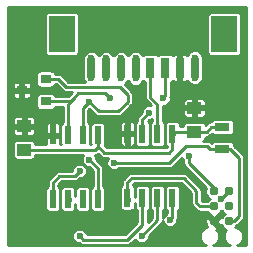
<source format=gbl>
G04 #@! TF.FileFunction,Copper,L2,Bot,Signal*
%FSLAX46Y46*%
G04 Gerber Fmt 4.6, Leading zero omitted, Abs format (unit mm)*
G04 Created by KiCad (PCBNEW 4.0.7) date 04/14/20 22:35:50*
%MOMM*%
%LPD*%
G01*
G04 APERTURE LIST*
%ADD10C,0.100000*%
%ADD11C,0.600000*%
%ADD12R,1.250000X1.000000*%
%ADD13R,0.900000X0.800000*%
%ADD14C,0.787000*%
%ADD15R,1.300000X0.700000*%
%ADD16R,0.600000X1.550000*%
%ADD17R,0.800000X1.700000*%
%ADD18R,2.200000X3.100000*%
%ADD19C,0.250000*%
%ADD20C,0.254000*%
G04 APERTURE END LIST*
D10*
D11*
X120500000Y-122100000D03*
X119600000Y-121200000D03*
X120500000Y-121200000D03*
X119600000Y-122100000D03*
X136600000Y-109700000D03*
X135700000Y-108800000D03*
X136600000Y-108800000D03*
X135700000Y-109700000D03*
X120400000Y-105300000D03*
X119500000Y-104400000D03*
X120400000Y-104400000D03*
X119500000Y-105300000D03*
X134000000Y-121875000D03*
X129400000Y-104900000D03*
X130300000Y-104000000D03*
X138300000Y-114550000D03*
X128250000Y-116500000D03*
X127000000Y-116750000D03*
X129400000Y-104000000D03*
X130300000Y-104900000D03*
X132650000Y-116150000D03*
X120200000Y-116650000D03*
X119050000Y-116200000D03*
D12*
X119800000Y-114500000D03*
X119800000Y-112500000D03*
D13*
X121625000Y-108500000D03*
X121625000Y-110400000D03*
X119625000Y-109450000D03*
D14*
X137135000Y-118020000D03*
X135865000Y-118020000D03*
X137135000Y-119290000D03*
X135865000Y-119290000D03*
X137135000Y-120560000D03*
X135865000Y-120560000D03*
D15*
X136600000Y-112550000D03*
X136600000Y-114450000D03*
D11*
X127400000Y-113700000D03*
D12*
X134220000Y-112950000D03*
X134220000Y-110950000D03*
D16*
X126055000Y-118650000D03*
X124785000Y-118650000D03*
X123515000Y-118650000D03*
X122245000Y-118650000D03*
X122245000Y-113250000D03*
X123515000Y-113250000D03*
X124785000Y-113250000D03*
X126055000Y-113250000D03*
D17*
X125500000Y-107575000D03*
X126750000Y-107575000D03*
X128000000Y-107575000D03*
X129250000Y-107575000D03*
X130500000Y-107575000D03*
X131750000Y-107575000D03*
X133000000Y-107575000D03*
X134250000Y-107575000D03*
D18*
X123000000Y-104675000D03*
X136750000Y-104675000D03*
D16*
X132355000Y-118550000D03*
X131085000Y-118550000D03*
X129815000Y-118550000D03*
X128545000Y-118550000D03*
X128545000Y-113150000D03*
X129815000Y-113150000D03*
X131085000Y-113150000D03*
X132355000Y-113150000D03*
D11*
X134250000Y-108425000D03*
X134250000Y-106700000D03*
X134250000Y-107575000D03*
X119600000Y-118800000D03*
X132400000Y-113200000D03*
X133750000Y-115000000D03*
X125325000Y-110425000D03*
X127075000Y-110150000D03*
X129250000Y-107575000D03*
X129250000Y-106725000D03*
X129250000Y-108450000D03*
X128000000Y-108425000D03*
X128000000Y-107575000D03*
X128000000Y-106725000D03*
X126750000Y-108425000D03*
X126750000Y-106725000D03*
X126750000Y-107575000D03*
X125500000Y-108425000D03*
X125500000Y-106725000D03*
X125500000Y-107575000D03*
X132150000Y-120450000D03*
X136500000Y-118650000D03*
X137150000Y-119250000D03*
X128600000Y-118750000D03*
X127400000Y-115600000D03*
X125300000Y-115325000D03*
X124785000Y-118650000D03*
X123600000Y-118750000D03*
X124500000Y-116300000D03*
X124500000Y-121800000D03*
X129750000Y-121800000D03*
X131575000Y-110150000D03*
X130375000Y-111350000D03*
D19*
X134250000Y-107575000D02*
X134250000Y-108425000D01*
X134220000Y-112950000D02*
X135250000Y-112950000D01*
X135650000Y-112550000D02*
X136600000Y-112550000D01*
X135250000Y-112950000D02*
X135650000Y-112550000D01*
X134220000Y-112950000D02*
X132555000Y-112950000D01*
X132555000Y-112950000D02*
X132355000Y-113150000D01*
X126055000Y-113250000D02*
X126055000Y-114220000D01*
X125775000Y-114500000D02*
X119800000Y-114500000D01*
X126055000Y-114220000D02*
X125775000Y-114500000D01*
X126055000Y-113250000D02*
X126055000Y-114205000D01*
X132355000Y-114445000D02*
X132355000Y-113150000D01*
X132050000Y-114750000D02*
X132355000Y-114445000D01*
X126600000Y-114750000D02*
X132050000Y-114750000D01*
X126055000Y-114205000D02*
X126600000Y-114750000D01*
X132400000Y-113200000D02*
X132355000Y-113155000D01*
X132355000Y-113155000D02*
X132355000Y-113150000D01*
X135865000Y-118020000D02*
X135865000Y-117715000D01*
X135865000Y-117715000D02*
X133750000Y-115600000D01*
X133750000Y-115600000D02*
X133750000Y-115000000D01*
X121625000Y-108500000D02*
X122700000Y-108500000D01*
X126125000Y-111225000D02*
X125325000Y-110425000D01*
X127775000Y-111225000D02*
X126125000Y-111225000D01*
X128575000Y-110425000D02*
X127775000Y-111225000D01*
X128575000Y-109850000D02*
X128575000Y-110425000D01*
X127900000Y-109175000D02*
X128575000Y-109850000D01*
X123375000Y-109175000D02*
X127900000Y-109175000D01*
X122700000Y-108500000D02*
X123375000Y-109175000D01*
X124785000Y-113250000D02*
X124785000Y-110965000D01*
X124785000Y-110965000D02*
X125325000Y-110425000D01*
X121625000Y-110400000D02*
X123725000Y-110400000D01*
X123725000Y-110400000D02*
X124025000Y-110100000D01*
X123515000Y-113250000D02*
X123515000Y-110610000D01*
X126650000Y-109725000D02*
X127075000Y-110150000D01*
X124400000Y-109725000D02*
X126650000Y-109725000D01*
X123515000Y-110610000D02*
X124025000Y-110100000D01*
X124025000Y-110100000D02*
X124400000Y-109725000D01*
X129250000Y-107575000D02*
X129250000Y-106725000D01*
X128000000Y-107575000D02*
X128000000Y-108425000D01*
X128000000Y-107575000D02*
X128000000Y-106725000D01*
X126750000Y-107575000D02*
X126750000Y-106725000D01*
X125500000Y-107575000D02*
X125500000Y-108425000D01*
X132355000Y-118550000D02*
X132355000Y-120245000D01*
X132355000Y-120245000D02*
X132150000Y-120450000D01*
X137135000Y-118020000D02*
X137130000Y-118020000D01*
X137130000Y-118020000D02*
X136500000Y-118650000D01*
X137150000Y-119250000D02*
X137135000Y-119265000D01*
X137135000Y-119265000D02*
X137135000Y-119290000D01*
X137140000Y-119290000D02*
X137135000Y-119290000D01*
X128545000Y-118550000D02*
X128545000Y-117255000D01*
X134690000Y-119290000D02*
X135865000Y-119290000D01*
X134400000Y-119000000D02*
X134690000Y-119290000D01*
X134400000Y-118000000D02*
X134400000Y-119000000D01*
X133300000Y-116900000D02*
X134400000Y-118000000D01*
X128900000Y-116900000D02*
X133300000Y-116900000D01*
X128545000Y-117255000D02*
X128900000Y-116900000D01*
X128600000Y-118750000D02*
X128545000Y-118695000D01*
X128545000Y-118695000D02*
X128545000Y-118550000D01*
X135550000Y-114450000D02*
X136600000Y-114450000D01*
X135300000Y-114200000D02*
X135550000Y-114450000D01*
X133500000Y-114200000D02*
X135300000Y-114200000D01*
X132100000Y-115600000D02*
X133500000Y-114200000D01*
X131100000Y-115600000D02*
X132100000Y-115600000D01*
X127400000Y-115600000D02*
X131100000Y-115600000D01*
X136600000Y-114450000D02*
X137250000Y-114450000D01*
X137250000Y-114450000D02*
X138000000Y-115200000D01*
X137540000Y-120560000D02*
X137135000Y-120560000D01*
X138000000Y-120100000D02*
X137540000Y-120560000D01*
X138000000Y-115200000D02*
X138000000Y-120100000D01*
X126055000Y-118650000D02*
X126055000Y-116080000D01*
X126055000Y-116080000D02*
X125300000Y-115325000D01*
X123600000Y-118750000D02*
X123515000Y-118665000D01*
X123515000Y-118665000D02*
X123515000Y-118650000D01*
X122245000Y-118650000D02*
X122245000Y-117280000D01*
X124075000Y-116725000D02*
X124500000Y-116300000D01*
X122800000Y-116725000D02*
X124075000Y-116725000D01*
X122245000Y-117280000D02*
X122800000Y-116725000D01*
X129815000Y-118550000D02*
X129815000Y-120835000D01*
X124800000Y-122100000D02*
X124500000Y-121800000D01*
X128550000Y-122100000D02*
X124800000Y-122100000D01*
X129815000Y-120835000D02*
X128550000Y-122100000D01*
X131085000Y-118550000D02*
X131085000Y-120465000D01*
X131085000Y-120465000D02*
X129750000Y-121800000D01*
X131085000Y-113150000D02*
X131085000Y-110660000D01*
X130500000Y-110075000D02*
X130500000Y-107575000D01*
X131085000Y-110660000D02*
X130500000Y-110075000D01*
X129815000Y-113150000D02*
X129815000Y-111910000D01*
X131750000Y-109975000D02*
X131750000Y-107575000D01*
X131575000Y-110150000D02*
X131750000Y-109975000D01*
X129815000Y-111910000D02*
X130375000Y-111350000D01*
D20*
G36*
X138598000Y-122598000D02*
X137811133Y-122598000D01*
X137981300Y-122527688D01*
X138212875Y-122296517D01*
X138338357Y-121994323D01*
X138338643Y-121667112D01*
X138213688Y-121364700D01*
X137982517Y-121133125D01*
X137698744Y-121015292D01*
X137745454Y-120968663D01*
X137752794Y-120950986D01*
X137859612Y-120879612D01*
X138319612Y-120419612D01*
X138417594Y-120272973D01*
X138424660Y-120237450D01*
X138452000Y-120100000D01*
X138452000Y-115200000D01*
X138417594Y-115027027D01*
X138319612Y-114880388D01*
X137583406Y-114144182D01*
X137583406Y-114100000D01*
X137560605Y-113978821D01*
X137488988Y-113867526D01*
X137379714Y-113792862D01*
X137250000Y-113766594D01*
X135950000Y-113766594D01*
X135828821Y-113789395D01*
X135717526Y-113861012D01*
X135669916Y-113930692D01*
X135619612Y-113880388D01*
X135472973Y-113782406D01*
X135300000Y-113748000D01*
X134985768Y-113748000D01*
X135077474Y-113688988D01*
X135152138Y-113579714D01*
X135178406Y-113450000D01*
X135178406Y-113402000D01*
X135250000Y-113402000D01*
X135422973Y-113367594D01*
X135569612Y-113269612D01*
X135709343Y-113129881D01*
X135711012Y-113132474D01*
X135820286Y-113207138D01*
X135950000Y-113233406D01*
X137250000Y-113233406D01*
X137371179Y-113210605D01*
X137482474Y-113138988D01*
X137557138Y-113029714D01*
X137583406Y-112900000D01*
X137583406Y-112200000D01*
X137560605Y-112078821D01*
X137488988Y-111967526D01*
X137379714Y-111892862D01*
X137250000Y-111866594D01*
X135950000Y-111866594D01*
X135828821Y-111889395D01*
X135717526Y-111961012D01*
X135642862Y-112070286D01*
X135636715Y-112100643D01*
X135490380Y-112129750D01*
X135477027Y-112132406D01*
X135330387Y-112230388D01*
X135167696Y-112393080D01*
X135155605Y-112328821D01*
X135083988Y-112217526D01*
X134974714Y-112142862D01*
X134845000Y-112116594D01*
X133595000Y-112116594D01*
X133473821Y-112139395D01*
X133362526Y-112211012D01*
X133287862Y-112320286D01*
X133261594Y-112450000D01*
X133261594Y-112498000D01*
X132988406Y-112498000D01*
X132988406Y-112375000D01*
X132965605Y-112253821D01*
X132893988Y-112142526D01*
X132784714Y-112067862D01*
X132655000Y-112041594D01*
X132055000Y-112041594D01*
X131933821Y-112064395D01*
X131822526Y-112136012D01*
X131747862Y-112245286D01*
X131721594Y-112375000D01*
X131721594Y-113925000D01*
X131744395Y-114046179D01*
X131816012Y-114157474D01*
X131903000Y-114216911D01*
X131903000Y-114257776D01*
X131862776Y-114298000D01*
X126787225Y-114298000D01*
X126654750Y-114165526D01*
X126662138Y-114154714D01*
X126688406Y-114025000D01*
X126688406Y-113358750D01*
X127918000Y-113358750D01*
X127918000Y-113990044D01*
X127967783Y-114110230D01*
X128059769Y-114202217D01*
X128179955Y-114252000D01*
X128336250Y-114252000D01*
X128418000Y-114170250D01*
X128418000Y-113277000D01*
X128672000Y-113277000D01*
X128672000Y-114170250D01*
X128753750Y-114252000D01*
X128910045Y-114252000D01*
X129030231Y-114202217D01*
X129122217Y-114110230D01*
X129172000Y-113990044D01*
X129172000Y-113358750D01*
X129090250Y-113277000D01*
X128672000Y-113277000D01*
X128418000Y-113277000D01*
X127999750Y-113277000D01*
X127918000Y-113358750D01*
X126688406Y-113358750D01*
X126688406Y-112475000D01*
X126665605Y-112353821D01*
X126637379Y-112309956D01*
X127918000Y-112309956D01*
X127918000Y-112941250D01*
X127999750Y-113023000D01*
X128418000Y-113023000D01*
X128418000Y-112129750D01*
X128672000Y-112129750D01*
X128672000Y-113023000D01*
X129090250Y-113023000D01*
X129172000Y-112941250D01*
X129172000Y-112309956D01*
X129122217Y-112189770D01*
X129030231Y-112097783D01*
X128910045Y-112048000D01*
X128753750Y-112048000D01*
X128672000Y-112129750D01*
X128418000Y-112129750D01*
X128336250Y-112048000D01*
X128179955Y-112048000D01*
X128059769Y-112097783D01*
X127967783Y-112189770D01*
X127918000Y-112309956D01*
X126637379Y-112309956D01*
X126593988Y-112242526D01*
X126484714Y-112167862D01*
X126355000Y-112141594D01*
X125755000Y-112141594D01*
X125633821Y-112164395D01*
X125522526Y-112236012D01*
X125447862Y-112345286D01*
X125421594Y-112475000D01*
X125421594Y-114025000D01*
X125425922Y-114048000D01*
X125413748Y-114048000D01*
X125418406Y-114025000D01*
X125418406Y-112475000D01*
X125395605Y-112353821D01*
X125323988Y-112242526D01*
X125237000Y-112183089D01*
X125237000Y-111152224D01*
X125325000Y-111064224D01*
X125805388Y-111544612D01*
X125952027Y-111642594D01*
X126125000Y-111677000D01*
X127775000Y-111677000D01*
X127947973Y-111642594D01*
X128094612Y-111544612D01*
X128894612Y-110744612D01*
X128992594Y-110597973D01*
X129027000Y-110425000D01*
X129027000Y-109850000D01*
X128992594Y-109677027D01*
X128894612Y-109530388D01*
X128330910Y-108966686D01*
X128354703Y-108956855D01*
X128531235Y-108780631D01*
X128560415Y-108710357D01*
X128626331Y-108667941D01*
X128675525Y-108701554D01*
X128718145Y-108804703D01*
X128894369Y-108981235D01*
X129124735Y-109076891D01*
X129374171Y-109077109D01*
X129604703Y-108981855D01*
X129781235Y-108805631D01*
X129824581Y-108701241D01*
X129876331Y-108667941D01*
X129970286Y-108732138D01*
X130048000Y-108747876D01*
X130048000Y-110075000D01*
X130082406Y-110247973D01*
X130180388Y-110394612D01*
X130515006Y-110729230D01*
X130500265Y-110723109D01*
X130250829Y-110722891D01*
X130020297Y-110818145D01*
X129843765Y-110994369D01*
X129748109Y-111224735D01*
X129748010Y-111337765D01*
X129495388Y-111590388D01*
X129397406Y-111737027D01*
X129363000Y-111910000D01*
X129363000Y-112084228D01*
X129282526Y-112136012D01*
X129207862Y-112245286D01*
X129181594Y-112375000D01*
X129181594Y-113925000D01*
X129204395Y-114046179D01*
X129276012Y-114157474D01*
X129385286Y-114232138D01*
X129515000Y-114258406D01*
X130115000Y-114258406D01*
X130236179Y-114235605D01*
X130347474Y-114163988D01*
X130422138Y-114054714D01*
X130448406Y-113925000D01*
X130448406Y-112375000D01*
X130425605Y-112253821D01*
X130353988Y-112142526D01*
X130275397Y-112088827D01*
X130387213Y-111977011D01*
X130499171Y-111977109D01*
X130633000Y-111921812D01*
X130633000Y-112084228D01*
X130552526Y-112136012D01*
X130477862Y-112245286D01*
X130451594Y-112375000D01*
X130451594Y-113925000D01*
X130474395Y-114046179D01*
X130546012Y-114157474D01*
X130655286Y-114232138D01*
X130785000Y-114258406D01*
X131385000Y-114258406D01*
X131506179Y-114235605D01*
X131617474Y-114163988D01*
X131692138Y-114054714D01*
X131718406Y-113925000D01*
X131718406Y-112375000D01*
X131695605Y-112253821D01*
X131623988Y-112142526D01*
X131537000Y-112083089D01*
X131537000Y-111158750D01*
X133268000Y-111158750D01*
X133268000Y-111515044D01*
X133317783Y-111635230D01*
X133409769Y-111727217D01*
X133529955Y-111777000D01*
X134011250Y-111777000D01*
X134093000Y-111695250D01*
X134093000Y-111077000D01*
X134347000Y-111077000D01*
X134347000Y-111695250D01*
X134428750Y-111777000D01*
X134910045Y-111777000D01*
X135030231Y-111727217D01*
X135122217Y-111635230D01*
X135172000Y-111515044D01*
X135172000Y-111158750D01*
X135090250Y-111077000D01*
X134347000Y-111077000D01*
X134093000Y-111077000D01*
X133349750Y-111077000D01*
X133268000Y-111158750D01*
X131537000Y-111158750D01*
X131537000Y-110776967D01*
X131699171Y-110777109D01*
X131929703Y-110681855D01*
X132106235Y-110505631D01*
X132156343Y-110384956D01*
X133268000Y-110384956D01*
X133268000Y-110741250D01*
X133349750Y-110823000D01*
X134093000Y-110823000D01*
X134093000Y-110204750D01*
X134347000Y-110204750D01*
X134347000Y-110823000D01*
X135090250Y-110823000D01*
X135172000Y-110741250D01*
X135172000Y-110384956D01*
X135122217Y-110264770D01*
X135030231Y-110172783D01*
X134910045Y-110123000D01*
X134428750Y-110123000D01*
X134347000Y-110204750D01*
X134093000Y-110204750D01*
X134011250Y-110123000D01*
X133529955Y-110123000D01*
X133409769Y-110172783D01*
X133317783Y-110264770D01*
X133268000Y-110384956D01*
X132156343Y-110384956D01*
X132201891Y-110275265D01*
X132202109Y-110025829D01*
X132195211Y-110009133D01*
X132202000Y-109975000D01*
X132202000Y-108748622D01*
X132271179Y-108735605D01*
X132378864Y-108666311D01*
X132414770Y-108702217D01*
X132534956Y-108752000D01*
X132791250Y-108752000D01*
X132873000Y-108670250D01*
X132873000Y-107702000D01*
X132853000Y-107702000D01*
X132853000Y-107448000D01*
X132873000Y-107448000D01*
X132873000Y-106479750D01*
X133127000Y-106479750D01*
X133127000Y-107448000D01*
X133147000Y-107448000D01*
X133147000Y-107702000D01*
X133127000Y-107702000D01*
X133127000Y-108670250D01*
X133208750Y-108752000D01*
X133465044Y-108752000D01*
X133585230Y-108702217D01*
X133622277Y-108665171D01*
X133689918Y-108711388D01*
X133718145Y-108779703D01*
X133894369Y-108956235D01*
X134124735Y-109051891D01*
X134374171Y-109052109D01*
X134604703Y-108956855D01*
X134781235Y-108780631D01*
X134810415Y-108710357D01*
X134882474Y-108663988D01*
X134957138Y-108554714D01*
X134983406Y-108425000D01*
X134983406Y-106725000D01*
X134960605Y-106603821D01*
X134888988Y-106492526D01*
X134824475Y-106448446D01*
X134781855Y-106345297D01*
X134605631Y-106168765D01*
X134375265Y-106073109D01*
X134125829Y-106072891D01*
X133895297Y-106168145D01*
X133718765Y-106344369D01*
X133675419Y-106448759D01*
X133621136Y-106483689D01*
X133585230Y-106447783D01*
X133465044Y-106398000D01*
X133208750Y-106398000D01*
X133127000Y-106479750D01*
X132873000Y-106479750D01*
X132791250Y-106398000D01*
X132534956Y-106398000D01*
X132414770Y-106447783D01*
X132377723Y-106484829D01*
X132279714Y-106417862D01*
X132150000Y-106391594D01*
X131350000Y-106391594D01*
X131228821Y-106414395D01*
X131123669Y-106482059D01*
X131029714Y-106417862D01*
X130900000Y-106391594D01*
X130100000Y-106391594D01*
X129978821Y-106414395D01*
X129873669Y-106482059D01*
X129810082Y-106438612D01*
X129781855Y-106370297D01*
X129605631Y-106193765D01*
X129375265Y-106098109D01*
X129125829Y-106097891D01*
X128895297Y-106193145D01*
X128718765Y-106369369D01*
X128689585Y-106439643D01*
X128623669Y-106482059D01*
X128560082Y-106438612D01*
X128531855Y-106370297D01*
X128355631Y-106193765D01*
X128125265Y-106098109D01*
X127875829Y-106097891D01*
X127645297Y-106193145D01*
X127468765Y-106369369D01*
X127439585Y-106439643D01*
X127373669Y-106482059D01*
X127310082Y-106438612D01*
X127281855Y-106370297D01*
X127105631Y-106193765D01*
X126875265Y-106098109D01*
X126625829Y-106097891D01*
X126395297Y-106193145D01*
X126218765Y-106369369D01*
X126189585Y-106439643D01*
X126123669Y-106482059D01*
X126060082Y-106438612D01*
X126031855Y-106370297D01*
X125855631Y-106193765D01*
X125625265Y-106098109D01*
X125375829Y-106097891D01*
X125145297Y-106193145D01*
X124968765Y-106369369D01*
X124939585Y-106439643D01*
X124867526Y-106486012D01*
X124792862Y-106595286D01*
X124766594Y-106725000D01*
X124766594Y-108425000D01*
X124789395Y-108546179D01*
X124861012Y-108657474D01*
X124939918Y-108711388D01*
X124944716Y-108723000D01*
X123562224Y-108723000D01*
X123019612Y-108180388D01*
X122872973Y-108082406D01*
X122700000Y-108048000D01*
X122398622Y-108048000D01*
X122385605Y-107978821D01*
X122313988Y-107867526D01*
X122204714Y-107792862D01*
X122075000Y-107766594D01*
X121175000Y-107766594D01*
X121053821Y-107789395D01*
X120942526Y-107861012D01*
X120867862Y-107970286D01*
X120841594Y-108100000D01*
X120841594Y-108900000D01*
X120864395Y-109021179D01*
X120936012Y-109132474D01*
X121045286Y-109207138D01*
X121175000Y-109233406D01*
X122075000Y-109233406D01*
X122196179Y-109210605D01*
X122307474Y-109138988D01*
X122382138Y-109029714D01*
X122397876Y-108952000D01*
X122512776Y-108952000D01*
X123055388Y-109494612D01*
X123202027Y-109592594D01*
X123375000Y-109627000D01*
X123858776Y-109627000D01*
X123537776Y-109948000D01*
X122398622Y-109948000D01*
X122385605Y-109878821D01*
X122313988Y-109767526D01*
X122204714Y-109692862D01*
X122075000Y-109666594D01*
X121175000Y-109666594D01*
X121053821Y-109689395D01*
X120942526Y-109761012D01*
X120867862Y-109870286D01*
X120841594Y-110000000D01*
X120841594Y-110800000D01*
X120864395Y-110921179D01*
X120936012Y-111032474D01*
X121045286Y-111107138D01*
X121175000Y-111133406D01*
X122075000Y-111133406D01*
X122196179Y-111110605D01*
X122307474Y-111038988D01*
X122382138Y-110929714D01*
X122397876Y-110852000D01*
X123063000Y-110852000D01*
X123063000Y-112184228D01*
X122982526Y-112236012D01*
X122907862Y-112345286D01*
X122881594Y-112475000D01*
X122881594Y-114025000D01*
X122885922Y-114048000D01*
X122872000Y-114048000D01*
X122872000Y-113458750D01*
X122790250Y-113377000D01*
X122372000Y-113377000D01*
X122372000Y-113397000D01*
X122118000Y-113397000D01*
X122118000Y-113377000D01*
X121699750Y-113377000D01*
X121618000Y-113458750D01*
X121618000Y-114048000D01*
X120758406Y-114048000D01*
X120758406Y-114000000D01*
X120735605Y-113878821D01*
X120663988Y-113767526D01*
X120554714Y-113692862D01*
X120425000Y-113666594D01*
X119175000Y-113666594D01*
X119053821Y-113689395D01*
X118942526Y-113761012D01*
X118867862Y-113870286D01*
X118841594Y-114000000D01*
X118841594Y-115000000D01*
X118864395Y-115121179D01*
X118936012Y-115232474D01*
X119045286Y-115307138D01*
X119175000Y-115333406D01*
X120425000Y-115333406D01*
X120546179Y-115310605D01*
X120657474Y-115238988D01*
X120732138Y-115129714D01*
X120758406Y-115000000D01*
X120758406Y-114952000D01*
X124786164Y-114952000D01*
X124768765Y-114969369D01*
X124673109Y-115199735D01*
X124672891Y-115449171D01*
X124768145Y-115679703D01*
X124944369Y-115856235D01*
X125174735Y-115951891D01*
X125287766Y-115951990D01*
X125603000Y-116267224D01*
X125603000Y-117584228D01*
X125522526Y-117636012D01*
X125447862Y-117745286D01*
X125421594Y-117875000D01*
X125421594Y-119425000D01*
X125444395Y-119546179D01*
X125516012Y-119657474D01*
X125625286Y-119732138D01*
X125755000Y-119758406D01*
X126355000Y-119758406D01*
X126476179Y-119735605D01*
X126587474Y-119663988D01*
X126662138Y-119554714D01*
X126688406Y-119425000D01*
X126688406Y-117875000D01*
X126665605Y-117753821D01*
X126593988Y-117642526D01*
X126507000Y-117583089D01*
X126507000Y-116080000D01*
X126472594Y-115907027D01*
X126374612Y-115760388D01*
X125927011Y-115312787D01*
X125927109Y-115200829D01*
X125831855Y-114970297D01*
X125807197Y-114945596D01*
X125947973Y-114917594D01*
X126056112Y-114845337D01*
X126280387Y-115069612D01*
X126427027Y-115167594D01*
X126600000Y-115202000D01*
X126911208Y-115202000D01*
X126868765Y-115244369D01*
X126773109Y-115474735D01*
X126772891Y-115724171D01*
X126868145Y-115954703D01*
X127044369Y-116131235D01*
X127274735Y-116226891D01*
X127524171Y-116227109D01*
X127754703Y-116131855D01*
X127834698Y-116052000D01*
X132100000Y-116052000D01*
X132272973Y-116017594D01*
X132419612Y-115919612D01*
X133149838Y-115189386D01*
X133218145Y-115354703D01*
X133298000Y-115434698D01*
X133298000Y-115600000D01*
X133332406Y-115772973D01*
X133430388Y-115919612D01*
X135215690Y-117704914D01*
X135144626Y-117876055D01*
X135144376Y-118162687D01*
X135253834Y-118427597D01*
X135456337Y-118630454D01*
X135515269Y-118654924D01*
X135457403Y-118678834D01*
X135297959Y-118838000D01*
X134877224Y-118838000D01*
X134852000Y-118812776D01*
X134852000Y-118000000D01*
X134817594Y-117827027D01*
X134719612Y-117680388D01*
X133619612Y-116580388D01*
X133472973Y-116482406D01*
X133300000Y-116448000D01*
X128900000Y-116448000D01*
X128727027Y-116482406D01*
X128580388Y-116580388D01*
X128225388Y-116935388D01*
X128127406Y-117082027D01*
X128093000Y-117255000D01*
X128093000Y-117484228D01*
X128012526Y-117536012D01*
X127937862Y-117645286D01*
X127911594Y-117775000D01*
X127911594Y-119325000D01*
X127934395Y-119446179D01*
X128006012Y-119557474D01*
X128115286Y-119632138D01*
X128245000Y-119658406D01*
X128845000Y-119658406D01*
X128966179Y-119635605D01*
X129077474Y-119563988D01*
X129152138Y-119454714D01*
X129178406Y-119325000D01*
X129178406Y-118992030D01*
X129181594Y-118984353D01*
X129181594Y-119325000D01*
X129204395Y-119446179D01*
X129276012Y-119557474D01*
X129363000Y-119616911D01*
X129363000Y-120647776D01*
X128362776Y-121648000D01*
X125115610Y-121648000D01*
X125031855Y-121445297D01*
X124855631Y-121268765D01*
X124625265Y-121173109D01*
X124375829Y-121172891D01*
X124145297Y-121268145D01*
X123968765Y-121444369D01*
X123873109Y-121674735D01*
X123872891Y-121924171D01*
X123968145Y-122154703D01*
X124144369Y-122331235D01*
X124374735Y-122426891D01*
X124491434Y-122426993D01*
X124627027Y-122517594D01*
X124800000Y-122552000D01*
X128550000Y-122552000D01*
X128722973Y-122517594D01*
X128869612Y-122419612D01*
X129193695Y-122095529D01*
X129218145Y-122154703D01*
X129394369Y-122331235D01*
X129624735Y-122426891D01*
X129874171Y-122427109D01*
X130104703Y-122331855D01*
X130281235Y-122155631D01*
X130376891Y-121925265D01*
X130376990Y-121812234D01*
X131404612Y-120784612D01*
X131502594Y-120637973D01*
X131522925Y-120535763D01*
X131522891Y-120574171D01*
X131618145Y-120804703D01*
X131794369Y-120981235D01*
X132024735Y-121076891D01*
X132274171Y-121077109D01*
X132504703Y-120981855D01*
X132681235Y-120805631D01*
X132776891Y-120575265D01*
X132777048Y-120395581D01*
X132807000Y-120245000D01*
X132807000Y-119615772D01*
X132887474Y-119563988D01*
X132962138Y-119454714D01*
X132988406Y-119325000D01*
X132988406Y-117775000D01*
X132965605Y-117653821D01*
X132893988Y-117542526D01*
X132784714Y-117467862D01*
X132655000Y-117441594D01*
X132055000Y-117441594D01*
X131933821Y-117464395D01*
X131822526Y-117536012D01*
X131747862Y-117645286D01*
X131721594Y-117775000D01*
X131721594Y-119325000D01*
X131744395Y-119446179D01*
X131816012Y-119557474D01*
X131903000Y-119616911D01*
X131903000Y-119873643D01*
X131795297Y-119918145D01*
X131618765Y-120094369D01*
X131537000Y-120291282D01*
X131537000Y-119615772D01*
X131617474Y-119563988D01*
X131692138Y-119454714D01*
X131718406Y-119325000D01*
X131718406Y-117775000D01*
X131695605Y-117653821D01*
X131623988Y-117542526D01*
X131514714Y-117467862D01*
X131385000Y-117441594D01*
X130785000Y-117441594D01*
X130663821Y-117464395D01*
X130552526Y-117536012D01*
X130477862Y-117645286D01*
X130451594Y-117775000D01*
X130451594Y-119325000D01*
X130474395Y-119446179D01*
X130546012Y-119557474D01*
X130633000Y-119616911D01*
X130633000Y-120277776D01*
X130267000Y-120643776D01*
X130267000Y-119615772D01*
X130347474Y-119563988D01*
X130422138Y-119454714D01*
X130448406Y-119325000D01*
X130448406Y-117775000D01*
X130425605Y-117653821D01*
X130353988Y-117542526D01*
X130244714Y-117467862D01*
X130115000Y-117441594D01*
X129515000Y-117441594D01*
X129393821Y-117464395D01*
X129282526Y-117536012D01*
X129207862Y-117645286D01*
X129181594Y-117775000D01*
X129181594Y-118515674D01*
X129178406Y-118507959D01*
X129178406Y-117775000D01*
X129155605Y-117653821D01*
X129083988Y-117542526D01*
X128997000Y-117483089D01*
X128997000Y-117442224D01*
X129087224Y-117352000D01*
X133112776Y-117352000D01*
X133948000Y-118187224D01*
X133948000Y-119000000D01*
X133982406Y-119172973D01*
X134080388Y-119319612D01*
X134370388Y-119609612D01*
X134517027Y-119707594D01*
X134690000Y-119742000D01*
X135298160Y-119742000D01*
X135456337Y-119900454D01*
X135531524Y-119931674D01*
X135501976Y-120017371D01*
X135865000Y-120380395D01*
X136228024Y-120017371D01*
X136198512Y-119931777D01*
X136272597Y-119901166D01*
X136475454Y-119698663D01*
X136499924Y-119639731D01*
X136523834Y-119697597D01*
X136726337Y-119900454D01*
X136785269Y-119924924D01*
X136727403Y-119948834D01*
X136524546Y-120151337D01*
X136493326Y-120226524D01*
X136407629Y-120196976D01*
X136044605Y-120560000D01*
X136407629Y-120923024D01*
X136493223Y-120893512D01*
X136523834Y-120967597D01*
X136726337Y-121170454D01*
X136928429Y-121254370D01*
X136819125Y-121363483D01*
X136693643Y-121665677D01*
X136693357Y-121992888D01*
X136818312Y-122295300D01*
X137049483Y-122526875D01*
X137220771Y-122598000D01*
X135779133Y-122598000D01*
X135949300Y-122527688D01*
X136180875Y-122296517D01*
X136306357Y-121994323D01*
X136306643Y-121667112D01*
X136181688Y-121364700D01*
X136075726Y-121258553D01*
X136103625Y-121254778D01*
X136187550Y-121220016D01*
X136228024Y-121102629D01*
X135865000Y-120739605D01*
X135850858Y-120753748D01*
X135671253Y-120574143D01*
X135685395Y-120560000D01*
X135322371Y-120196976D01*
X135204984Y-120237450D01*
X135131790Y-120514580D01*
X135170222Y-120798625D01*
X135204984Y-120882550D01*
X135322369Y-120923023D01*
X135257504Y-120987888D01*
X135289879Y-121020263D01*
X135018700Y-121132312D01*
X134787125Y-121363483D01*
X134661643Y-121665677D01*
X134661357Y-121992888D01*
X134786312Y-122295300D01*
X135017483Y-122526875D01*
X135188771Y-122598000D01*
X118402000Y-122598000D01*
X118402000Y-117875000D01*
X121611594Y-117875000D01*
X121611594Y-119425000D01*
X121634395Y-119546179D01*
X121706012Y-119657474D01*
X121815286Y-119732138D01*
X121945000Y-119758406D01*
X122545000Y-119758406D01*
X122666179Y-119735605D01*
X122777474Y-119663988D01*
X122852138Y-119554714D01*
X122878406Y-119425000D01*
X122878406Y-117875000D01*
X122881594Y-117875000D01*
X122881594Y-119425000D01*
X122904395Y-119546179D01*
X122976012Y-119657474D01*
X123085286Y-119732138D01*
X123215000Y-119758406D01*
X123815000Y-119758406D01*
X123936179Y-119735605D01*
X124047474Y-119663988D01*
X124122138Y-119554714D01*
X124148406Y-119425000D01*
X124148406Y-119064279D01*
X124151594Y-119056601D01*
X124151594Y-119425000D01*
X124174395Y-119546179D01*
X124246012Y-119657474D01*
X124355286Y-119732138D01*
X124485000Y-119758406D01*
X125085000Y-119758406D01*
X125206179Y-119735605D01*
X125317474Y-119663988D01*
X125392138Y-119554714D01*
X125418406Y-119425000D01*
X125418406Y-117875000D01*
X125395605Y-117753821D01*
X125323988Y-117642526D01*
X125214714Y-117567862D01*
X125085000Y-117541594D01*
X124485000Y-117541594D01*
X124363821Y-117564395D01*
X124252526Y-117636012D01*
X124177862Y-117745286D01*
X124151594Y-117875000D01*
X124151594Y-118443069D01*
X124148406Y-118435353D01*
X124148406Y-117875000D01*
X124125605Y-117753821D01*
X124053988Y-117642526D01*
X123944714Y-117567862D01*
X123815000Y-117541594D01*
X123215000Y-117541594D01*
X123093821Y-117564395D01*
X122982526Y-117636012D01*
X122907862Y-117745286D01*
X122881594Y-117875000D01*
X122878406Y-117875000D01*
X122855605Y-117753821D01*
X122783988Y-117642526D01*
X122697000Y-117583089D01*
X122697000Y-117467224D01*
X122987225Y-117177000D01*
X124075000Y-117177000D01*
X124247973Y-117142594D01*
X124394612Y-117044612D01*
X124512213Y-116927011D01*
X124624171Y-116927109D01*
X124854703Y-116831855D01*
X125031235Y-116655631D01*
X125126891Y-116425265D01*
X125127109Y-116175829D01*
X125031855Y-115945297D01*
X124855631Y-115768765D01*
X124625265Y-115673109D01*
X124375829Y-115672891D01*
X124145297Y-115768145D01*
X123968765Y-115944369D01*
X123873109Y-116174735D01*
X123873023Y-116273000D01*
X122800000Y-116273000D01*
X122627027Y-116307406D01*
X122480388Y-116405387D01*
X121925388Y-116960388D01*
X121827406Y-117107027D01*
X121793000Y-117280000D01*
X121793000Y-117584228D01*
X121712526Y-117636012D01*
X121637862Y-117745286D01*
X121611594Y-117875000D01*
X118402000Y-117875000D01*
X118402000Y-112708750D01*
X118848000Y-112708750D01*
X118848000Y-113065044D01*
X118897783Y-113185230D01*
X118989769Y-113277217D01*
X119109955Y-113327000D01*
X119591250Y-113327000D01*
X119673000Y-113245250D01*
X119673000Y-112627000D01*
X119927000Y-112627000D01*
X119927000Y-113245250D01*
X120008750Y-113327000D01*
X120490045Y-113327000D01*
X120610231Y-113277217D01*
X120702217Y-113185230D01*
X120752000Y-113065044D01*
X120752000Y-112708750D01*
X120670250Y-112627000D01*
X119927000Y-112627000D01*
X119673000Y-112627000D01*
X118929750Y-112627000D01*
X118848000Y-112708750D01*
X118402000Y-112708750D01*
X118402000Y-112409956D01*
X121618000Y-112409956D01*
X121618000Y-113041250D01*
X121699750Y-113123000D01*
X122118000Y-113123000D01*
X122118000Y-112229750D01*
X122372000Y-112229750D01*
X122372000Y-113123000D01*
X122790250Y-113123000D01*
X122872000Y-113041250D01*
X122872000Y-112409956D01*
X122822217Y-112289770D01*
X122730231Y-112197783D01*
X122610045Y-112148000D01*
X122453750Y-112148000D01*
X122372000Y-112229750D01*
X122118000Y-112229750D01*
X122036250Y-112148000D01*
X121879955Y-112148000D01*
X121759769Y-112197783D01*
X121667783Y-112289770D01*
X121618000Y-112409956D01*
X118402000Y-112409956D01*
X118402000Y-111934956D01*
X118848000Y-111934956D01*
X118848000Y-112291250D01*
X118929750Y-112373000D01*
X119673000Y-112373000D01*
X119673000Y-111754750D01*
X119927000Y-111754750D01*
X119927000Y-112373000D01*
X120670250Y-112373000D01*
X120752000Y-112291250D01*
X120752000Y-111934956D01*
X120702217Y-111814770D01*
X120610231Y-111722783D01*
X120490045Y-111673000D01*
X120008750Y-111673000D01*
X119927000Y-111754750D01*
X119673000Y-111754750D01*
X119591250Y-111673000D01*
X119109955Y-111673000D01*
X118989769Y-111722783D01*
X118897783Y-111814770D01*
X118848000Y-111934956D01*
X118402000Y-111934956D01*
X118402000Y-109658750D01*
X118848000Y-109658750D01*
X118848000Y-109915045D01*
X118897783Y-110035231D01*
X118989770Y-110127217D01*
X119109956Y-110177000D01*
X119416250Y-110177000D01*
X119498000Y-110095250D01*
X119498000Y-109577000D01*
X119752000Y-109577000D01*
X119752000Y-110095250D01*
X119833750Y-110177000D01*
X120140044Y-110177000D01*
X120260230Y-110127217D01*
X120352217Y-110035231D01*
X120402000Y-109915045D01*
X120402000Y-109658750D01*
X120320250Y-109577000D01*
X119752000Y-109577000D01*
X119498000Y-109577000D01*
X118929750Y-109577000D01*
X118848000Y-109658750D01*
X118402000Y-109658750D01*
X118402000Y-108984955D01*
X118848000Y-108984955D01*
X118848000Y-109241250D01*
X118929750Y-109323000D01*
X119498000Y-109323000D01*
X119498000Y-108804750D01*
X119752000Y-108804750D01*
X119752000Y-109323000D01*
X120320250Y-109323000D01*
X120402000Y-109241250D01*
X120402000Y-108984955D01*
X120352217Y-108864769D01*
X120260230Y-108772783D01*
X120140044Y-108723000D01*
X119833750Y-108723000D01*
X119752000Y-108804750D01*
X119498000Y-108804750D01*
X119416250Y-108723000D01*
X119109956Y-108723000D01*
X118989770Y-108772783D01*
X118897783Y-108864769D01*
X118848000Y-108984955D01*
X118402000Y-108984955D01*
X118402000Y-103125000D01*
X121566594Y-103125000D01*
X121566594Y-106225000D01*
X121589395Y-106346179D01*
X121661012Y-106457474D01*
X121770286Y-106532138D01*
X121900000Y-106558406D01*
X124100000Y-106558406D01*
X124221179Y-106535605D01*
X124332474Y-106463988D01*
X124407138Y-106354714D01*
X124433406Y-106225000D01*
X124433406Y-103125000D01*
X135316594Y-103125000D01*
X135316594Y-106225000D01*
X135339395Y-106346179D01*
X135411012Y-106457474D01*
X135520286Y-106532138D01*
X135650000Y-106558406D01*
X137850000Y-106558406D01*
X137971179Y-106535605D01*
X138082474Y-106463988D01*
X138157138Y-106354714D01*
X138183406Y-106225000D01*
X138183406Y-103125000D01*
X138160605Y-103003821D01*
X138088988Y-102892526D01*
X137979714Y-102817862D01*
X137850000Y-102791594D01*
X135650000Y-102791594D01*
X135528821Y-102814395D01*
X135417526Y-102886012D01*
X135342862Y-102995286D01*
X135316594Y-103125000D01*
X124433406Y-103125000D01*
X124410605Y-103003821D01*
X124338988Y-102892526D01*
X124229714Y-102817862D01*
X124100000Y-102791594D01*
X121900000Y-102791594D01*
X121778821Y-102814395D01*
X121667526Y-102886012D01*
X121592862Y-102995286D01*
X121566594Y-103125000D01*
X118402000Y-103125000D01*
X118402000Y-102402000D01*
X138598000Y-102402000D01*
X138598000Y-122598000D01*
X138598000Y-122598000D01*
G37*
X138598000Y-122598000D02*
X137811133Y-122598000D01*
X137981300Y-122527688D01*
X138212875Y-122296517D01*
X138338357Y-121994323D01*
X138338643Y-121667112D01*
X138213688Y-121364700D01*
X137982517Y-121133125D01*
X137698744Y-121015292D01*
X137745454Y-120968663D01*
X137752794Y-120950986D01*
X137859612Y-120879612D01*
X138319612Y-120419612D01*
X138417594Y-120272973D01*
X138424660Y-120237450D01*
X138452000Y-120100000D01*
X138452000Y-115200000D01*
X138417594Y-115027027D01*
X138319612Y-114880388D01*
X137583406Y-114144182D01*
X137583406Y-114100000D01*
X137560605Y-113978821D01*
X137488988Y-113867526D01*
X137379714Y-113792862D01*
X137250000Y-113766594D01*
X135950000Y-113766594D01*
X135828821Y-113789395D01*
X135717526Y-113861012D01*
X135669916Y-113930692D01*
X135619612Y-113880388D01*
X135472973Y-113782406D01*
X135300000Y-113748000D01*
X134985768Y-113748000D01*
X135077474Y-113688988D01*
X135152138Y-113579714D01*
X135178406Y-113450000D01*
X135178406Y-113402000D01*
X135250000Y-113402000D01*
X135422973Y-113367594D01*
X135569612Y-113269612D01*
X135709343Y-113129881D01*
X135711012Y-113132474D01*
X135820286Y-113207138D01*
X135950000Y-113233406D01*
X137250000Y-113233406D01*
X137371179Y-113210605D01*
X137482474Y-113138988D01*
X137557138Y-113029714D01*
X137583406Y-112900000D01*
X137583406Y-112200000D01*
X137560605Y-112078821D01*
X137488988Y-111967526D01*
X137379714Y-111892862D01*
X137250000Y-111866594D01*
X135950000Y-111866594D01*
X135828821Y-111889395D01*
X135717526Y-111961012D01*
X135642862Y-112070286D01*
X135636715Y-112100643D01*
X135490380Y-112129750D01*
X135477027Y-112132406D01*
X135330387Y-112230388D01*
X135167696Y-112393080D01*
X135155605Y-112328821D01*
X135083988Y-112217526D01*
X134974714Y-112142862D01*
X134845000Y-112116594D01*
X133595000Y-112116594D01*
X133473821Y-112139395D01*
X133362526Y-112211012D01*
X133287862Y-112320286D01*
X133261594Y-112450000D01*
X133261594Y-112498000D01*
X132988406Y-112498000D01*
X132988406Y-112375000D01*
X132965605Y-112253821D01*
X132893988Y-112142526D01*
X132784714Y-112067862D01*
X132655000Y-112041594D01*
X132055000Y-112041594D01*
X131933821Y-112064395D01*
X131822526Y-112136012D01*
X131747862Y-112245286D01*
X131721594Y-112375000D01*
X131721594Y-113925000D01*
X131744395Y-114046179D01*
X131816012Y-114157474D01*
X131903000Y-114216911D01*
X131903000Y-114257776D01*
X131862776Y-114298000D01*
X126787225Y-114298000D01*
X126654750Y-114165526D01*
X126662138Y-114154714D01*
X126688406Y-114025000D01*
X126688406Y-113358750D01*
X127918000Y-113358750D01*
X127918000Y-113990044D01*
X127967783Y-114110230D01*
X128059769Y-114202217D01*
X128179955Y-114252000D01*
X128336250Y-114252000D01*
X128418000Y-114170250D01*
X128418000Y-113277000D01*
X128672000Y-113277000D01*
X128672000Y-114170250D01*
X128753750Y-114252000D01*
X128910045Y-114252000D01*
X129030231Y-114202217D01*
X129122217Y-114110230D01*
X129172000Y-113990044D01*
X129172000Y-113358750D01*
X129090250Y-113277000D01*
X128672000Y-113277000D01*
X128418000Y-113277000D01*
X127999750Y-113277000D01*
X127918000Y-113358750D01*
X126688406Y-113358750D01*
X126688406Y-112475000D01*
X126665605Y-112353821D01*
X126637379Y-112309956D01*
X127918000Y-112309956D01*
X127918000Y-112941250D01*
X127999750Y-113023000D01*
X128418000Y-113023000D01*
X128418000Y-112129750D01*
X128672000Y-112129750D01*
X128672000Y-113023000D01*
X129090250Y-113023000D01*
X129172000Y-112941250D01*
X129172000Y-112309956D01*
X129122217Y-112189770D01*
X129030231Y-112097783D01*
X128910045Y-112048000D01*
X128753750Y-112048000D01*
X128672000Y-112129750D01*
X128418000Y-112129750D01*
X128336250Y-112048000D01*
X128179955Y-112048000D01*
X128059769Y-112097783D01*
X127967783Y-112189770D01*
X127918000Y-112309956D01*
X126637379Y-112309956D01*
X126593988Y-112242526D01*
X126484714Y-112167862D01*
X126355000Y-112141594D01*
X125755000Y-112141594D01*
X125633821Y-112164395D01*
X125522526Y-112236012D01*
X125447862Y-112345286D01*
X125421594Y-112475000D01*
X125421594Y-114025000D01*
X125425922Y-114048000D01*
X125413748Y-114048000D01*
X125418406Y-114025000D01*
X125418406Y-112475000D01*
X125395605Y-112353821D01*
X125323988Y-112242526D01*
X125237000Y-112183089D01*
X125237000Y-111152224D01*
X125325000Y-111064224D01*
X125805388Y-111544612D01*
X125952027Y-111642594D01*
X126125000Y-111677000D01*
X127775000Y-111677000D01*
X127947973Y-111642594D01*
X128094612Y-111544612D01*
X128894612Y-110744612D01*
X128992594Y-110597973D01*
X129027000Y-110425000D01*
X129027000Y-109850000D01*
X128992594Y-109677027D01*
X128894612Y-109530388D01*
X128330910Y-108966686D01*
X128354703Y-108956855D01*
X128531235Y-108780631D01*
X128560415Y-108710357D01*
X128626331Y-108667941D01*
X128675525Y-108701554D01*
X128718145Y-108804703D01*
X128894369Y-108981235D01*
X129124735Y-109076891D01*
X129374171Y-109077109D01*
X129604703Y-108981855D01*
X129781235Y-108805631D01*
X129824581Y-108701241D01*
X129876331Y-108667941D01*
X129970286Y-108732138D01*
X130048000Y-108747876D01*
X130048000Y-110075000D01*
X130082406Y-110247973D01*
X130180388Y-110394612D01*
X130515006Y-110729230D01*
X130500265Y-110723109D01*
X130250829Y-110722891D01*
X130020297Y-110818145D01*
X129843765Y-110994369D01*
X129748109Y-111224735D01*
X129748010Y-111337765D01*
X129495388Y-111590388D01*
X129397406Y-111737027D01*
X129363000Y-111910000D01*
X129363000Y-112084228D01*
X129282526Y-112136012D01*
X129207862Y-112245286D01*
X129181594Y-112375000D01*
X129181594Y-113925000D01*
X129204395Y-114046179D01*
X129276012Y-114157474D01*
X129385286Y-114232138D01*
X129515000Y-114258406D01*
X130115000Y-114258406D01*
X130236179Y-114235605D01*
X130347474Y-114163988D01*
X130422138Y-114054714D01*
X130448406Y-113925000D01*
X130448406Y-112375000D01*
X130425605Y-112253821D01*
X130353988Y-112142526D01*
X130275397Y-112088827D01*
X130387213Y-111977011D01*
X130499171Y-111977109D01*
X130633000Y-111921812D01*
X130633000Y-112084228D01*
X130552526Y-112136012D01*
X130477862Y-112245286D01*
X130451594Y-112375000D01*
X130451594Y-113925000D01*
X130474395Y-114046179D01*
X130546012Y-114157474D01*
X130655286Y-114232138D01*
X130785000Y-114258406D01*
X131385000Y-114258406D01*
X131506179Y-114235605D01*
X131617474Y-114163988D01*
X131692138Y-114054714D01*
X131718406Y-113925000D01*
X131718406Y-112375000D01*
X131695605Y-112253821D01*
X131623988Y-112142526D01*
X131537000Y-112083089D01*
X131537000Y-111158750D01*
X133268000Y-111158750D01*
X133268000Y-111515044D01*
X133317783Y-111635230D01*
X133409769Y-111727217D01*
X133529955Y-111777000D01*
X134011250Y-111777000D01*
X134093000Y-111695250D01*
X134093000Y-111077000D01*
X134347000Y-111077000D01*
X134347000Y-111695250D01*
X134428750Y-111777000D01*
X134910045Y-111777000D01*
X135030231Y-111727217D01*
X135122217Y-111635230D01*
X135172000Y-111515044D01*
X135172000Y-111158750D01*
X135090250Y-111077000D01*
X134347000Y-111077000D01*
X134093000Y-111077000D01*
X133349750Y-111077000D01*
X133268000Y-111158750D01*
X131537000Y-111158750D01*
X131537000Y-110776967D01*
X131699171Y-110777109D01*
X131929703Y-110681855D01*
X132106235Y-110505631D01*
X132156343Y-110384956D01*
X133268000Y-110384956D01*
X133268000Y-110741250D01*
X133349750Y-110823000D01*
X134093000Y-110823000D01*
X134093000Y-110204750D01*
X134347000Y-110204750D01*
X134347000Y-110823000D01*
X135090250Y-110823000D01*
X135172000Y-110741250D01*
X135172000Y-110384956D01*
X135122217Y-110264770D01*
X135030231Y-110172783D01*
X134910045Y-110123000D01*
X134428750Y-110123000D01*
X134347000Y-110204750D01*
X134093000Y-110204750D01*
X134011250Y-110123000D01*
X133529955Y-110123000D01*
X133409769Y-110172783D01*
X133317783Y-110264770D01*
X133268000Y-110384956D01*
X132156343Y-110384956D01*
X132201891Y-110275265D01*
X132202109Y-110025829D01*
X132195211Y-110009133D01*
X132202000Y-109975000D01*
X132202000Y-108748622D01*
X132271179Y-108735605D01*
X132378864Y-108666311D01*
X132414770Y-108702217D01*
X132534956Y-108752000D01*
X132791250Y-108752000D01*
X132873000Y-108670250D01*
X132873000Y-107702000D01*
X132853000Y-107702000D01*
X132853000Y-107448000D01*
X132873000Y-107448000D01*
X132873000Y-106479750D01*
X133127000Y-106479750D01*
X133127000Y-107448000D01*
X133147000Y-107448000D01*
X133147000Y-107702000D01*
X133127000Y-107702000D01*
X133127000Y-108670250D01*
X133208750Y-108752000D01*
X133465044Y-108752000D01*
X133585230Y-108702217D01*
X133622277Y-108665171D01*
X133689918Y-108711388D01*
X133718145Y-108779703D01*
X133894369Y-108956235D01*
X134124735Y-109051891D01*
X134374171Y-109052109D01*
X134604703Y-108956855D01*
X134781235Y-108780631D01*
X134810415Y-108710357D01*
X134882474Y-108663988D01*
X134957138Y-108554714D01*
X134983406Y-108425000D01*
X134983406Y-106725000D01*
X134960605Y-106603821D01*
X134888988Y-106492526D01*
X134824475Y-106448446D01*
X134781855Y-106345297D01*
X134605631Y-106168765D01*
X134375265Y-106073109D01*
X134125829Y-106072891D01*
X133895297Y-106168145D01*
X133718765Y-106344369D01*
X133675419Y-106448759D01*
X133621136Y-106483689D01*
X133585230Y-106447783D01*
X133465044Y-106398000D01*
X133208750Y-106398000D01*
X133127000Y-106479750D01*
X132873000Y-106479750D01*
X132791250Y-106398000D01*
X132534956Y-106398000D01*
X132414770Y-106447783D01*
X132377723Y-106484829D01*
X132279714Y-106417862D01*
X132150000Y-106391594D01*
X131350000Y-106391594D01*
X131228821Y-106414395D01*
X131123669Y-106482059D01*
X131029714Y-106417862D01*
X130900000Y-106391594D01*
X130100000Y-106391594D01*
X129978821Y-106414395D01*
X129873669Y-106482059D01*
X129810082Y-106438612D01*
X129781855Y-106370297D01*
X129605631Y-106193765D01*
X129375265Y-106098109D01*
X129125829Y-106097891D01*
X128895297Y-106193145D01*
X128718765Y-106369369D01*
X128689585Y-106439643D01*
X128623669Y-106482059D01*
X128560082Y-106438612D01*
X128531855Y-106370297D01*
X128355631Y-106193765D01*
X128125265Y-106098109D01*
X127875829Y-106097891D01*
X127645297Y-106193145D01*
X127468765Y-106369369D01*
X127439585Y-106439643D01*
X127373669Y-106482059D01*
X127310082Y-106438612D01*
X127281855Y-106370297D01*
X127105631Y-106193765D01*
X126875265Y-106098109D01*
X126625829Y-106097891D01*
X126395297Y-106193145D01*
X126218765Y-106369369D01*
X126189585Y-106439643D01*
X126123669Y-106482059D01*
X126060082Y-106438612D01*
X126031855Y-106370297D01*
X125855631Y-106193765D01*
X125625265Y-106098109D01*
X125375829Y-106097891D01*
X125145297Y-106193145D01*
X124968765Y-106369369D01*
X124939585Y-106439643D01*
X124867526Y-106486012D01*
X124792862Y-106595286D01*
X124766594Y-106725000D01*
X124766594Y-108425000D01*
X124789395Y-108546179D01*
X124861012Y-108657474D01*
X124939918Y-108711388D01*
X124944716Y-108723000D01*
X123562224Y-108723000D01*
X123019612Y-108180388D01*
X122872973Y-108082406D01*
X122700000Y-108048000D01*
X122398622Y-108048000D01*
X122385605Y-107978821D01*
X122313988Y-107867526D01*
X122204714Y-107792862D01*
X122075000Y-107766594D01*
X121175000Y-107766594D01*
X121053821Y-107789395D01*
X120942526Y-107861012D01*
X120867862Y-107970286D01*
X120841594Y-108100000D01*
X120841594Y-108900000D01*
X120864395Y-109021179D01*
X120936012Y-109132474D01*
X121045286Y-109207138D01*
X121175000Y-109233406D01*
X122075000Y-109233406D01*
X122196179Y-109210605D01*
X122307474Y-109138988D01*
X122382138Y-109029714D01*
X122397876Y-108952000D01*
X122512776Y-108952000D01*
X123055388Y-109494612D01*
X123202027Y-109592594D01*
X123375000Y-109627000D01*
X123858776Y-109627000D01*
X123537776Y-109948000D01*
X122398622Y-109948000D01*
X122385605Y-109878821D01*
X122313988Y-109767526D01*
X122204714Y-109692862D01*
X122075000Y-109666594D01*
X121175000Y-109666594D01*
X121053821Y-109689395D01*
X120942526Y-109761012D01*
X120867862Y-109870286D01*
X120841594Y-110000000D01*
X120841594Y-110800000D01*
X120864395Y-110921179D01*
X120936012Y-111032474D01*
X121045286Y-111107138D01*
X121175000Y-111133406D01*
X122075000Y-111133406D01*
X122196179Y-111110605D01*
X122307474Y-111038988D01*
X122382138Y-110929714D01*
X122397876Y-110852000D01*
X123063000Y-110852000D01*
X123063000Y-112184228D01*
X122982526Y-112236012D01*
X122907862Y-112345286D01*
X122881594Y-112475000D01*
X122881594Y-114025000D01*
X122885922Y-114048000D01*
X122872000Y-114048000D01*
X122872000Y-113458750D01*
X122790250Y-113377000D01*
X122372000Y-113377000D01*
X122372000Y-113397000D01*
X122118000Y-113397000D01*
X122118000Y-113377000D01*
X121699750Y-113377000D01*
X121618000Y-113458750D01*
X121618000Y-114048000D01*
X120758406Y-114048000D01*
X120758406Y-114000000D01*
X120735605Y-113878821D01*
X120663988Y-113767526D01*
X120554714Y-113692862D01*
X120425000Y-113666594D01*
X119175000Y-113666594D01*
X119053821Y-113689395D01*
X118942526Y-113761012D01*
X118867862Y-113870286D01*
X118841594Y-114000000D01*
X118841594Y-115000000D01*
X118864395Y-115121179D01*
X118936012Y-115232474D01*
X119045286Y-115307138D01*
X119175000Y-115333406D01*
X120425000Y-115333406D01*
X120546179Y-115310605D01*
X120657474Y-115238988D01*
X120732138Y-115129714D01*
X120758406Y-115000000D01*
X120758406Y-114952000D01*
X124786164Y-114952000D01*
X124768765Y-114969369D01*
X124673109Y-115199735D01*
X124672891Y-115449171D01*
X124768145Y-115679703D01*
X124944369Y-115856235D01*
X125174735Y-115951891D01*
X125287766Y-115951990D01*
X125603000Y-116267224D01*
X125603000Y-117584228D01*
X125522526Y-117636012D01*
X125447862Y-117745286D01*
X125421594Y-117875000D01*
X125421594Y-119425000D01*
X125444395Y-119546179D01*
X125516012Y-119657474D01*
X125625286Y-119732138D01*
X125755000Y-119758406D01*
X126355000Y-119758406D01*
X126476179Y-119735605D01*
X126587474Y-119663988D01*
X126662138Y-119554714D01*
X126688406Y-119425000D01*
X126688406Y-117875000D01*
X126665605Y-117753821D01*
X126593988Y-117642526D01*
X126507000Y-117583089D01*
X126507000Y-116080000D01*
X126472594Y-115907027D01*
X126374612Y-115760388D01*
X125927011Y-115312787D01*
X125927109Y-115200829D01*
X125831855Y-114970297D01*
X125807197Y-114945596D01*
X125947973Y-114917594D01*
X126056112Y-114845337D01*
X126280387Y-115069612D01*
X126427027Y-115167594D01*
X126600000Y-115202000D01*
X126911208Y-115202000D01*
X126868765Y-115244369D01*
X126773109Y-115474735D01*
X126772891Y-115724171D01*
X126868145Y-115954703D01*
X127044369Y-116131235D01*
X127274735Y-116226891D01*
X127524171Y-116227109D01*
X127754703Y-116131855D01*
X127834698Y-116052000D01*
X132100000Y-116052000D01*
X132272973Y-116017594D01*
X132419612Y-115919612D01*
X133149838Y-115189386D01*
X133218145Y-115354703D01*
X133298000Y-115434698D01*
X133298000Y-115600000D01*
X133332406Y-115772973D01*
X133430388Y-115919612D01*
X135215690Y-117704914D01*
X135144626Y-117876055D01*
X135144376Y-118162687D01*
X135253834Y-118427597D01*
X135456337Y-118630454D01*
X135515269Y-118654924D01*
X135457403Y-118678834D01*
X135297959Y-118838000D01*
X134877224Y-118838000D01*
X134852000Y-118812776D01*
X134852000Y-118000000D01*
X134817594Y-117827027D01*
X134719612Y-117680388D01*
X133619612Y-116580388D01*
X133472973Y-116482406D01*
X133300000Y-116448000D01*
X128900000Y-116448000D01*
X128727027Y-116482406D01*
X128580388Y-116580388D01*
X128225388Y-116935388D01*
X128127406Y-117082027D01*
X128093000Y-117255000D01*
X128093000Y-117484228D01*
X128012526Y-117536012D01*
X127937862Y-117645286D01*
X127911594Y-117775000D01*
X127911594Y-119325000D01*
X127934395Y-119446179D01*
X128006012Y-119557474D01*
X128115286Y-119632138D01*
X128245000Y-119658406D01*
X128845000Y-119658406D01*
X128966179Y-119635605D01*
X129077474Y-119563988D01*
X129152138Y-119454714D01*
X129178406Y-119325000D01*
X129178406Y-118992030D01*
X129181594Y-118984353D01*
X129181594Y-119325000D01*
X129204395Y-119446179D01*
X129276012Y-119557474D01*
X129363000Y-119616911D01*
X129363000Y-120647776D01*
X128362776Y-121648000D01*
X125115610Y-121648000D01*
X125031855Y-121445297D01*
X124855631Y-121268765D01*
X124625265Y-121173109D01*
X124375829Y-121172891D01*
X124145297Y-121268145D01*
X123968765Y-121444369D01*
X123873109Y-121674735D01*
X123872891Y-121924171D01*
X123968145Y-122154703D01*
X124144369Y-122331235D01*
X124374735Y-122426891D01*
X124491434Y-122426993D01*
X124627027Y-122517594D01*
X124800000Y-122552000D01*
X128550000Y-122552000D01*
X128722973Y-122517594D01*
X128869612Y-122419612D01*
X129193695Y-122095529D01*
X129218145Y-122154703D01*
X129394369Y-122331235D01*
X129624735Y-122426891D01*
X129874171Y-122427109D01*
X130104703Y-122331855D01*
X130281235Y-122155631D01*
X130376891Y-121925265D01*
X130376990Y-121812234D01*
X131404612Y-120784612D01*
X131502594Y-120637973D01*
X131522925Y-120535763D01*
X131522891Y-120574171D01*
X131618145Y-120804703D01*
X131794369Y-120981235D01*
X132024735Y-121076891D01*
X132274171Y-121077109D01*
X132504703Y-120981855D01*
X132681235Y-120805631D01*
X132776891Y-120575265D01*
X132777048Y-120395581D01*
X132807000Y-120245000D01*
X132807000Y-119615772D01*
X132887474Y-119563988D01*
X132962138Y-119454714D01*
X132988406Y-119325000D01*
X132988406Y-117775000D01*
X132965605Y-117653821D01*
X132893988Y-117542526D01*
X132784714Y-117467862D01*
X132655000Y-117441594D01*
X132055000Y-117441594D01*
X131933821Y-117464395D01*
X131822526Y-117536012D01*
X131747862Y-117645286D01*
X131721594Y-117775000D01*
X131721594Y-119325000D01*
X131744395Y-119446179D01*
X131816012Y-119557474D01*
X131903000Y-119616911D01*
X131903000Y-119873643D01*
X131795297Y-119918145D01*
X131618765Y-120094369D01*
X131537000Y-120291282D01*
X131537000Y-119615772D01*
X131617474Y-119563988D01*
X131692138Y-119454714D01*
X131718406Y-119325000D01*
X131718406Y-117775000D01*
X131695605Y-117653821D01*
X131623988Y-117542526D01*
X131514714Y-117467862D01*
X131385000Y-117441594D01*
X130785000Y-117441594D01*
X130663821Y-117464395D01*
X130552526Y-117536012D01*
X130477862Y-117645286D01*
X130451594Y-117775000D01*
X130451594Y-119325000D01*
X130474395Y-119446179D01*
X130546012Y-119557474D01*
X130633000Y-119616911D01*
X130633000Y-120277776D01*
X130267000Y-120643776D01*
X130267000Y-119615772D01*
X130347474Y-119563988D01*
X130422138Y-119454714D01*
X130448406Y-119325000D01*
X130448406Y-117775000D01*
X130425605Y-117653821D01*
X130353988Y-117542526D01*
X130244714Y-117467862D01*
X130115000Y-117441594D01*
X129515000Y-117441594D01*
X129393821Y-117464395D01*
X129282526Y-117536012D01*
X129207862Y-117645286D01*
X129181594Y-117775000D01*
X129181594Y-118515674D01*
X129178406Y-118507959D01*
X129178406Y-117775000D01*
X129155605Y-117653821D01*
X129083988Y-117542526D01*
X128997000Y-117483089D01*
X128997000Y-117442224D01*
X129087224Y-117352000D01*
X133112776Y-117352000D01*
X133948000Y-118187224D01*
X133948000Y-119000000D01*
X133982406Y-119172973D01*
X134080388Y-119319612D01*
X134370388Y-119609612D01*
X134517027Y-119707594D01*
X134690000Y-119742000D01*
X135298160Y-119742000D01*
X135456337Y-119900454D01*
X135531524Y-119931674D01*
X135501976Y-120017371D01*
X135865000Y-120380395D01*
X136228024Y-120017371D01*
X136198512Y-119931777D01*
X136272597Y-119901166D01*
X136475454Y-119698663D01*
X136499924Y-119639731D01*
X136523834Y-119697597D01*
X136726337Y-119900454D01*
X136785269Y-119924924D01*
X136727403Y-119948834D01*
X136524546Y-120151337D01*
X136493326Y-120226524D01*
X136407629Y-120196976D01*
X136044605Y-120560000D01*
X136407629Y-120923024D01*
X136493223Y-120893512D01*
X136523834Y-120967597D01*
X136726337Y-121170454D01*
X136928429Y-121254370D01*
X136819125Y-121363483D01*
X136693643Y-121665677D01*
X136693357Y-121992888D01*
X136818312Y-122295300D01*
X137049483Y-122526875D01*
X137220771Y-122598000D01*
X135779133Y-122598000D01*
X135949300Y-122527688D01*
X136180875Y-122296517D01*
X136306357Y-121994323D01*
X136306643Y-121667112D01*
X136181688Y-121364700D01*
X136075726Y-121258553D01*
X136103625Y-121254778D01*
X136187550Y-121220016D01*
X136228024Y-121102629D01*
X135865000Y-120739605D01*
X135850858Y-120753748D01*
X135671253Y-120574143D01*
X135685395Y-120560000D01*
X135322371Y-120196976D01*
X135204984Y-120237450D01*
X135131790Y-120514580D01*
X135170222Y-120798625D01*
X135204984Y-120882550D01*
X135322369Y-120923023D01*
X135257504Y-120987888D01*
X135289879Y-121020263D01*
X135018700Y-121132312D01*
X134787125Y-121363483D01*
X134661643Y-121665677D01*
X134661357Y-121992888D01*
X134786312Y-122295300D01*
X135017483Y-122526875D01*
X135188771Y-122598000D01*
X118402000Y-122598000D01*
X118402000Y-117875000D01*
X121611594Y-117875000D01*
X121611594Y-119425000D01*
X121634395Y-119546179D01*
X121706012Y-119657474D01*
X121815286Y-119732138D01*
X121945000Y-119758406D01*
X122545000Y-119758406D01*
X122666179Y-119735605D01*
X122777474Y-119663988D01*
X122852138Y-119554714D01*
X122878406Y-119425000D01*
X122878406Y-117875000D01*
X122881594Y-117875000D01*
X122881594Y-119425000D01*
X122904395Y-119546179D01*
X122976012Y-119657474D01*
X123085286Y-119732138D01*
X123215000Y-119758406D01*
X123815000Y-119758406D01*
X123936179Y-119735605D01*
X124047474Y-119663988D01*
X124122138Y-119554714D01*
X124148406Y-119425000D01*
X124148406Y-119064279D01*
X124151594Y-119056601D01*
X124151594Y-119425000D01*
X124174395Y-119546179D01*
X124246012Y-119657474D01*
X124355286Y-119732138D01*
X124485000Y-119758406D01*
X125085000Y-119758406D01*
X125206179Y-119735605D01*
X125317474Y-119663988D01*
X125392138Y-119554714D01*
X125418406Y-119425000D01*
X125418406Y-117875000D01*
X125395605Y-117753821D01*
X125323988Y-117642526D01*
X125214714Y-117567862D01*
X125085000Y-117541594D01*
X124485000Y-117541594D01*
X124363821Y-117564395D01*
X124252526Y-117636012D01*
X124177862Y-117745286D01*
X124151594Y-117875000D01*
X124151594Y-118443069D01*
X124148406Y-118435353D01*
X124148406Y-117875000D01*
X124125605Y-117753821D01*
X124053988Y-117642526D01*
X123944714Y-117567862D01*
X123815000Y-117541594D01*
X123215000Y-117541594D01*
X123093821Y-117564395D01*
X122982526Y-117636012D01*
X122907862Y-117745286D01*
X122881594Y-117875000D01*
X122878406Y-117875000D01*
X122855605Y-117753821D01*
X122783988Y-117642526D01*
X122697000Y-117583089D01*
X122697000Y-117467224D01*
X122987225Y-117177000D01*
X124075000Y-117177000D01*
X124247973Y-117142594D01*
X124394612Y-117044612D01*
X124512213Y-116927011D01*
X124624171Y-116927109D01*
X124854703Y-116831855D01*
X125031235Y-116655631D01*
X125126891Y-116425265D01*
X125127109Y-116175829D01*
X125031855Y-115945297D01*
X124855631Y-115768765D01*
X124625265Y-115673109D01*
X124375829Y-115672891D01*
X124145297Y-115768145D01*
X123968765Y-115944369D01*
X123873109Y-116174735D01*
X123873023Y-116273000D01*
X122800000Y-116273000D01*
X122627027Y-116307406D01*
X122480388Y-116405387D01*
X121925388Y-116960388D01*
X121827406Y-117107027D01*
X121793000Y-117280000D01*
X121793000Y-117584228D01*
X121712526Y-117636012D01*
X121637862Y-117745286D01*
X121611594Y-117875000D01*
X118402000Y-117875000D01*
X118402000Y-112708750D01*
X118848000Y-112708750D01*
X118848000Y-113065044D01*
X118897783Y-113185230D01*
X118989769Y-113277217D01*
X119109955Y-113327000D01*
X119591250Y-113327000D01*
X119673000Y-113245250D01*
X119673000Y-112627000D01*
X119927000Y-112627000D01*
X119927000Y-113245250D01*
X120008750Y-113327000D01*
X120490045Y-113327000D01*
X120610231Y-113277217D01*
X120702217Y-113185230D01*
X120752000Y-113065044D01*
X120752000Y-112708750D01*
X120670250Y-112627000D01*
X119927000Y-112627000D01*
X119673000Y-112627000D01*
X118929750Y-112627000D01*
X118848000Y-112708750D01*
X118402000Y-112708750D01*
X118402000Y-112409956D01*
X121618000Y-112409956D01*
X121618000Y-113041250D01*
X121699750Y-113123000D01*
X122118000Y-113123000D01*
X122118000Y-112229750D01*
X122372000Y-112229750D01*
X122372000Y-113123000D01*
X122790250Y-113123000D01*
X122872000Y-113041250D01*
X122872000Y-112409956D01*
X122822217Y-112289770D01*
X122730231Y-112197783D01*
X122610045Y-112148000D01*
X122453750Y-112148000D01*
X122372000Y-112229750D01*
X122118000Y-112229750D01*
X122036250Y-112148000D01*
X121879955Y-112148000D01*
X121759769Y-112197783D01*
X121667783Y-112289770D01*
X121618000Y-112409956D01*
X118402000Y-112409956D01*
X118402000Y-111934956D01*
X118848000Y-111934956D01*
X118848000Y-112291250D01*
X118929750Y-112373000D01*
X119673000Y-112373000D01*
X119673000Y-111754750D01*
X119927000Y-111754750D01*
X119927000Y-112373000D01*
X120670250Y-112373000D01*
X120752000Y-112291250D01*
X120752000Y-111934956D01*
X120702217Y-111814770D01*
X120610231Y-111722783D01*
X120490045Y-111673000D01*
X120008750Y-111673000D01*
X119927000Y-111754750D01*
X119673000Y-111754750D01*
X119591250Y-111673000D01*
X119109955Y-111673000D01*
X118989769Y-111722783D01*
X118897783Y-111814770D01*
X118848000Y-111934956D01*
X118402000Y-111934956D01*
X118402000Y-109658750D01*
X118848000Y-109658750D01*
X118848000Y-109915045D01*
X118897783Y-110035231D01*
X118989770Y-110127217D01*
X119109956Y-110177000D01*
X119416250Y-110177000D01*
X119498000Y-110095250D01*
X119498000Y-109577000D01*
X119752000Y-109577000D01*
X119752000Y-110095250D01*
X119833750Y-110177000D01*
X120140044Y-110177000D01*
X120260230Y-110127217D01*
X120352217Y-110035231D01*
X120402000Y-109915045D01*
X120402000Y-109658750D01*
X120320250Y-109577000D01*
X119752000Y-109577000D01*
X119498000Y-109577000D01*
X118929750Y-109577000D01*
X118848000Y-109658750D01*
X118402000Y-109658750D01*
X118402000Y-108984955D01*
X118848000Y-108984955D01*
X118848000Y-109241250D01*
X118929750Y-109323000D01*
X119498000Y-109323000D01*
X119498000Y-108804750D01*
X119752000Y-108804750D01*
X119752000Y-109323000D01*
X120320250Y-109323000D01*
X120402000Y-109241250D01*
X120402000Y-108984955D01*
X120352217Y-108864769D01*
X120260230Y-108772783D01*
X120140044Y-108723000D01*
X119833750Y-108723000D01*
X119752000Y-108804750D01*
X119498000Y-108804750D01*
X119416250Y-108723000D01*
X119109956Y-108723000D01*
X118989770Y-108772783D01*
X118897783Y-108864769D01*
X118848000Y-108984955D01*
X118402000Y-108984955D01*
X118402000Y-103125000D01*
X121566594Y-103125000D01*
X121566594Y-106225000D01*
X121589395Y-106346179D01*
X121661012Y-106457474D01*
X121770286Y-106532138D01*
X121900000Y-106558406D01*
X124100000Y-106558406D01*
X124221179Y-106535605D01*
X124332474Y-106463988D01*
X124407138Y-106354714D01*
X124433406Y-106225000D01*
X124433406Y-103125000D01*
X135316594Y-103125000D01*
X135316594Y-106225000D01*
X135339395Y-106346179D01*
X135411012Y-106457474D01*
X135520286Y-106532138D01*
X135650000Y-106558406D01*
X137850000Y-106558406D01*
X137971179Y-106535605D01*
X138082474Y-106463988D01*
X138157138Y-106354714D01*
X138183406Y-106225000D01*
X138183406Y-103125000D01*
X138160605Y-103003821D01*
X138088988Y-102892526D01*
X137979714Y-102817862D01*
X137850000Y-102791594D01*
X135650000Y-102791594D01*
X135528821Y-102814395D01*
X135417526Y-102886012D01*
X135342862Y-102995286D01*
X135316594Y-103125000D01*
X124433406Y-103125000D01*
X124410605Y-103003821D01*
X124338988Y-102892526D01*
X124229714Y-102817862D01*
X124100000Y-102791594D01*
X121900000Y-102791594D01*
X121778821Y-102814395D01*
X121667526Y-102886012D01*
X121592862Y-102995286D01*
X121566594Y-103125000D01*
X118402000Y-103125000D01*
X118402000Y-102402000D01*
X138598000Y-102402000D01*
X138598000Y-122598000D01*
M02*

</source>
